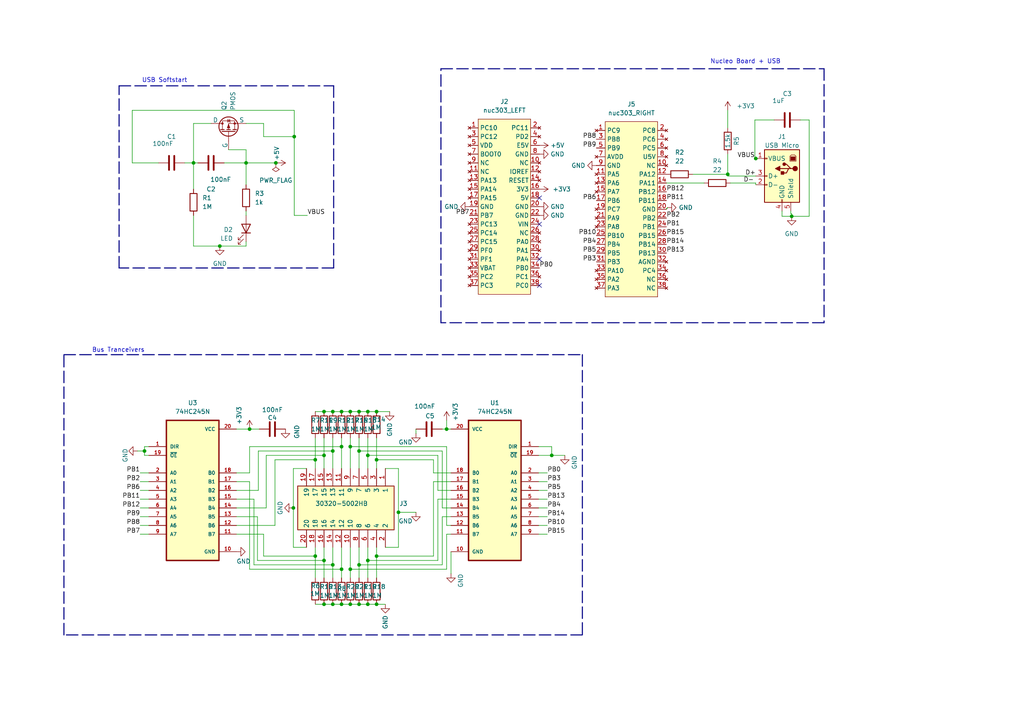
<source format=kicad_sch>
(kicad_sch (version 20231120) (generator "eeschema") (generator_version "8.0")
  (paper "A4")
  (lib_symbols
    (symbol "30320-5002HB:30320-5002HB"
      (property "Reference" "J" (at 19.05 7.62 0))
      (property "Value" "30320-5002HB" (at 19.05 5.08 0))
      (symbol "30320-5002HB_1_1"
        (rectangle (start 5.08 2.54) (end 17.78 -25.4) (stroke (width 0.254)) (fill (type background)))
        (pin passive line (at 0 0 0) (length 5.08) (name "1") (number "1"))
        (pin passive line (at 22.86 -10.16 180) (length 5.08) (name "10") (number "10"))
        (pin passive line (at 0 -12.7 0) (length 5.08) (name "11") (number "11"))
        (pin passive line (at 22.86 -12.7 180) (length 5.08) (name "12") (number "12"))
        (pin passive line (at 0 -15.24 0) (length 5.08) (name "13") (number "13"))
        (pin passive line (at 22.86 -15.24 180) (length 5.08) (name "14") (number "14"))
        (pin passive line (at 0 -17.78 0) (length 5.08) (name "15") (number "15"))
        (pin passive line (at 22.86 -17.78 180) (length 5.08) (name "16") (number "16"))
        (pin passive line (at 0 -20.32 0) (length 5.08) (name "17") (number "17"))
        (pin passive line (at 22.86 -20.32 180) (length 5.08) (name "18") (number "18"))
        (pin passive line (at 0 -22.86 0) (length 5.08) (name "19") (number "19"))
        (pin passive line (at 22.86 0 180) (length 5.08) (name "2") (number "2"))
        (pin passive line (at 22.86 -22.86 180) (length 5.08) (name "20") (number "20"))
        (pin passive line (at 0 -2.54 0) (length 5.08) (name "3") (number "3"))
        (pin passive line (at 22.86 -2.54 180) (length 5.08) (name "4") (number "4"))
        (pin passive line (at 0 -5.08 0) (length 5.08) (name "5") (number "5"))
        (pin passive line (at 22.86 -5.08 180) (length 5.08) (name "6") (number "6"))
        (pin passive line (at 0 -7.62 0) (length 5.08) (name "7") (number "7"))
        (pin passive line (at 22.86 -7.62 180) (length 5.08) (name "8") (number "8"))
        (pin passive line (at 0 -10.16 0) (length 5.08) (name "9") (number "9"))
      )
    )
    (symbol "74HC245N(SMD):74HC245N" (pin_names (offset 1.016))
      (property "Reference" "U" (at -7.9022 20.9162 0))
      (property "Value" "74HC245N" (at -7.7778 -23.4823 0))
      (symbol "74HC245N_0_0"
        (rectangle (start -7.62 -20.32) (end 7.62 20.32) (stroke (width 0.4064)) (fill (type background)))
        (pin input line (at -12.7 12.7 0) (length 5.08) (name "DIR") (number "1"))
        (pin power_in line (at 12.7 -17.78 180) (length 5.08) (name "GND") (number "10"))
        (pin bidirectional line (at 12.7 -12.7 180) (length 5.08) (name "B7") (number "11"))
        (pin bidirectional line (at 12.7 -10.16 180) (length 5.08) (name "B6") (number "12"))
        (pin bidirectional line (at 12.7 -7.62 180) (length 5.08) (name "B5") (number "13"))
        (pin bidirectional line (at 12.7 -5.08 180) (length 5.08) (name "B4") (number "14"))
        (pin bidirectional line (at 12.7 -2.54 180) (length 5.08) (name "B3") (number "15"))
        (pin bidirectional line (at 12.7 0 180) (length 5.08) (name "B2") (number "16"))
        (pin bidirectional line (at 12.7 2.54 180) (length 5.08) (name "B1") (number "17"))
        (pin bidirectional line (at 12.7 5.08 180) (length 5.08) (name "B0") (number "18"))
        (pin input line (at -12.7 10.16 0) (length 5.08) (name "~{OE}") (number "19"))
        (pin bidirectional line (at -12.7 5.08 0) (length 5.08) (name "A0") (number "2"))
        (pin power_in line (at 12.7 17.78 180) (length 5.08) (name "VCC") (number "20"))
        (pin bidirectional line (at -12.7 2.54 0) (length 5.08) (name "A1") (number "3"))
        (pin bidirectional line (at -12.7 0 0) (length 5.08) (name "A2") (number "4"))
        (pin bidirectional line (at -12.7 -2.54 0) (length 5.08) (name "A3") (number "5"))
        (pin bidirectional line (at -12.7 -5.08 0) (length 5.08) (name "A4") (number "6"))
        (pin bidirectional line (at -12.7 -7.62 0) (length 5.08) (name "A5") (number "7"))
        (pin bidirectional line (at -12.7 -10.16 0) (length 5.08) (name "A6") (number "8"))
        (pin bidirectional line (at -12.7 -12.7 0) (length 5.08) (name "A7") (number "9"))
      )
    )
    (symbol "Connector:USB_B" (pin_names (offset 1.016))
      (property "Reference" "J" (at -5.08 11.43 0))
      (property "Value" "USB_B" (at -5.08 8.89 0))
      (symbol "USB_B_0_1"
        (rectangle (start -5.08 -7.62) (end 5.08 7.62) (stroke (width 0.254)) (fill (type background)))
        (circle (center -3.81 2.159) (radius 0.635) (stroke (width 0.254)) (fill (type outline)))
        (rectangle (start -3.81 5.588) (end -2.54 4.572) (fill (type outline)))
        (circle (center -0.635 3.429) (radius 0.381) (stroke (width 0.254)) (fill (type outline)))
        (rectangle (start -0.127 -7.62) (end 0.127 -6.858))
        (polyline (pts (xy -1.905 2.159) (xy 0.635 2.159)) (stroke (width 0.254)))
        (polyline (pts (xy -3.175 2.159) (xy -2.54 2.159) (xy -1.27 3.429) (xy -0.635 3.429)) (stroke (width 0.254)))
        (polyline (pts (xy -2.54 2.159) (xy -1.905 2.159) (xy -1.27 0.889) (xy 0 0.889)) (stroke (width 0.254)))
        (polyline (pts (xy 0.635 2.794) (xy 0.635 1.524) (xy 1.905 2.159) (xy 0.635 2.794)) (stroke (width 0.254)) (fill (type outline)))
        (polyline (pts (xy -4.064 4.318) (xy -2.286 4.318) (xy -2.286 5.715) (xy -2.667 6.096) (xy -3.683 6.096) (xy -4.064 5.715) (xy -4.064 4.318)))
        (rectangle (start 0.254 1.27) (end -0.508 0.508) (stroke (width 0.254)) (fill (type outline)))
        (rectangle (start 5.08 -2.667) (end 4.318 -2.413))
        (rectangle (start 5.08 -0.127) (end 4.318 0.127))
        (rectangle (start 5.08 4.953) (end 4.318 5.207))
      )
      (symbol "USB_B_1_1"
        (pin power_out line (at 7.62 5.08 180) (length 2.54) (name "VBUS") (number "1"))
        (pin bidirectional line (at 7.62 -2.54 180) (length 2.54) (name "D-") (number "2"))
        (pin bidirectional line (at 7.62 0 180) (length 2.54) (name "D+") (number "3"))
        (pin power_out line (at 0 -10.16 90) (length 2.54) (name "GND") (number "4"))
        (pin passive line (at -2.54 -10.16 90) (length 2.54) (name "Shield") (number "5"))
      )
    )
    (symbol "Device:C" (pin_numbers hide) (pin_names (offset 0.254))
      (property "Reference" "C" (at 0.635 2.54 0))
      (property "Value" "C" (at 0.635 -2.54 0))
      (symbol "C_0_1"
        (polyline (pts (xy -2.032 -0.762) (xy 2.032 -0.762)) (stroke (width 0.508)))
        (polyline (pts (xy -2.032 0.762) (xy 2.032 0.762)) (stroke (width 0.508)))
      )
      (symbol "C_1_1"
        (pin passive line (at 0 3.81 270) (length 2.794) (name "~") (number "1"))
        (pin passive line (at 0 -3.81 90) (length 2.794) (name "~") (number "2"))
      )
    )
    (symbol "Device:LED" (pin_numbers hide) (pin_names (offset 1.016) hide)
      (property "Reference" "D" (at 0 2.54 0))
      (property "Value" "LED" (at 0 -2.54 0))
      (symbol "LED_0_1"
        (polyline (pts (xy -1.27 -1.27) (xy -1.27 1.27)) (stroke (width 0.254)))
        (polyline (pts (xy -1.27 0) (xy 1.27 0)))
        (polyline (pts (xy 1.27 -1.27) (xy 1.27 1.27) (xy -1.27 0) (xy 1.27 -1.27)) (stroke (width 0.254)))
        (polyline (pts (xy -3.048 -0.762) (xy -4.572 -2.286) (xy -3.81 -2.286) (xy -4.572 -2.286) (xy -4.572 -1.524)))
        (polyline (pts (xy -1.778 -0.762) (xy -3.302 -2.286) (xy -2.54 -2.286) (xy -3.302 -2.286) (xy -3.302 -1.524)))
      )
      (symbol "LED_1_1"
        (pin passive line (at -3.81 0 0) (length 2.54) (name "K") (number "1"))
        (pin passive line (at 3.81 0 180) (length 2.54) (name "A") (number "2"))
      )
    )
    (symbol "Device:R" (pin_numbers hide) (pin_names (offset 0))
      (property "Reference" "R" (at 2.032 0 90))
      (property "Value" "R" (at 0 0 90))
      (symbol "R_0_1"
        (rectangle (start -1.016 -2.54) (end 1.016 2.54) (stroke (width 0.254)))
      )
      (symbol "R_1_1"
        (pin passive line (at 0 3.81 270) (length 1.27) (name "~") (number "1"))
        (pin passive line (at 0 -3.81 90) (length 1.27) (name "~") (number "2"))
      )
    )
    (symbol "Simulation_SPICE:PMOS" (pin_numbers hide) (pin_names (offset 0))
      (property "Reference" "Q" (at 5.08 1.27 0))
      (property "Value" "PMOS" (at 5.08 -1.27 0))
      (symbol "PMOS_0_1"
        (polyline (pts (xy 0.254 0) (xy -2.54 0)))
        (polyline (pts (xy 0.254 1.905) (xy 0.254 -1.905)) (stroke (width 0.254)))
        (polyline (pts (xy 0.762 -1.27) (xy 0.762 -2.286)) (stroke (width 0.254)))
        (polyline (pts (xy 0.762 0.508) (xy 0.762 -0.508)) (stroke (width 0.254)))
        (polyline (pts (xy 0.762 2.286) (xy 0.762 1.27)) (stroke (width 0.254)))
        (polyline (pts (xy 2.54 2.54) (xy 2.54 1.778)))
        (polyline (pts (xy 2.54 -2.54) (xy 2.54 0) (xy 0.762 0)))
        (polyline (pts (xy 0.762 1.778) (xy 3.302 1.778) (xy 3.302 -1.778) (xy 0.762 -1.778)))
        (polyline (pts (xy 2.286 0) (xy 1.27 0.381) (xy 1.27 -0.381) (xy 2.286 0)) (fill (type outline)))
        (polyline (pts (xy 2.794 -0.508) (xy 2.921 -0.381) (xy 3.683 -0.381) (xy 3.81 -0.254)))
        (polyline (pts (xy 3.302 -0.381) (xy 2.921 0.254) (xy 3.683 0.254) (xy 3.302 -0.381)))
        (circle (center 1.651 0) (radius 2.794) (stroke (width 0.254)))
        (circle (center 2.54 -1.778) (radius 0.254) (fill (type outline)))
        (circle (center 2.54 1.778) (radius 0.254) (fill (type outline)))
      )
      (symbol "PMOS_1_1"
        (pin passive line (at 2.54 5.08 270) (length 2.54) (name "D") (number "1"))
        (pin input line (at -5.08 0 0) (length 2.54) (name "G") (number "2"))
        (pin passive line (at 2.54 -5.08 90) (length 2.54) (name "S") (number "3"))
      )
    )
    (symbol "awg_lib:nuc303_LEFT"
      (property "Reference" "J" (at 0 2.54 0))
      (property "Value" "nuc303_LEFT" (at 0 5.08 0))
      (symbol "nuc303_LEFT_0_0"
        (pin no_connect line (at -10.16 -2.54 0) (length 2.54) (name "PC10") (number "1"))
        (pin no_connect line (at 10.16 -12.7 180) (length 2.54) (name "NC") (number "10"))
        (pin no_connect line (at -10.16 -15.24 0) (length 2.54) (name "NC") (number "11"))
        (pin no_connect line (at 10.16 -15.24 180) (length 2.54) (name "IOREF") (number "12"))
        (pin no_connect line (at -10.16 -17.78 0) (length 2.54) (name "PA13") (number "13"))
        (pin no_connect line (at 10.16 -17.78 180) (length 2.54) (name "RESET") (number "14"))
        (pin no_connect line (at -10.16 -20.32 0) (length 2.54) (name "PA14") (number "15"))
        (pin power_out line (at 10.16 -20.32 180) (length 2.54) (name "3V3") (number "16"))
        (pin no_connect line (at -10.16 -22.86 0) (length 2.54) (name "PA15") (number "17"))
        (pin power_out line (at 10.16 -22.86 180) (length 2.54) (name "5V") (number "18"))
        (pin power_in line (at -10.16 -25.4 0) (length 2.54) (name "GND") (number "19"))
        (pin no_connect line (at 10.16 -2.54 180) (length 2.54) (name "PC11") (number "2"))
        (pin power_in line (at 10.16 -25.4 180) (length 2.54) (name "GND") (number "20"))
        (pin power_in line (at 10.16 -27.94 180) (length 2.54) (name "GND") (number "22"))
        (pin no_connect line (at -10.16 -30.48 0) (length 2.54) (name "PC13") (number "23"))
        (pin no_connect line (at -10.16 -33.02 0) (length 2.54) (name "PC14") (number "25"))
        (pin no_connect line (at 10.16 -33.02 180) (length 2.54) (name "NC") (number "26"))
        (pin no_connect line (at -10.16 -35.56 0) (length 2.54) (name "PC15") (number "27"))
        (pin no_connect line (at 10.16 -35.56 180) (length 2.54) (name "PA0") (number "28"))
        (pin no_connect line (at -10.16 -38.1 0) (length 2.54) (name "PF0") (number "29"))
        (pin no_connect line (at -10.16 -5.08 0) (length 2.54) (name "PC12") (number "3"))
        (pin no_connect line (at 10.16 -38.1 180) (length 2.54) (name "PA1") (number "30"))
        (pin no_connect line (at -10.16 -40.64 0) (length 2.54) (name "PF1") (number "31"))
        (pin output line (at 10.16 -40.64 180) (length 2.54) (name "PA4") (number "32"))
        (pin no_connect line (at -10.16 -43.18 0) (length 2.54) (name "VBAT") (number "33"))
        (pin no_connect line (at -10.16 -45.72 0) (length 2.54) (name "PC2") (number "35"))
        (pin no_connect line (at 10.16 -45.72 180) (length 2.54) (name "PC1") (number "36"))
        (pin no_connect line (at -10.16 -48.26 0) (length 2.54) (name "PC3") (number "37"))
        (pin no_connect line (at 10.16 -5.08 180) (length 2.54) (name "PD2") (number "4"))
        (pin no_connect line (at -10.16 -7.62 0) (length 2.54) (name "VDD") (number "5"))
        (pin power_in line (at 10.16 -7.62 180) (length 2.54) (name "E5V") (number "6"))
        (pin no_connect line (at -10.16 -10.16 0) (length 2.54) (name "BOOT0") (number "7"))
        (pin power_in line (at 10.16 -10.16 180) (length 2.54) (name "GND") (number "8"))
        (pin no_connect line (at -10.16 -12.7 0) (length 2.54) (name "NC") (number "9"))
      )
      (symbol "nuc303_LEFT_1_0"
        (pin input line (at -10.16 -27.94 0) (length 2.54) (name "PB7") (number "21"))
        (pin input line (at 10.16 -30.48 180) (length 2.54) (name "VIN") (number "24"))
        (pin input line (at 10.16 -43.18 180) (length 2.54) (name "PB0") (number "34"))
        (pin output line (at 10.16 -48.26 180) (length 2.54) (name "PC0") (number "38"))
      )
      (symbol "nuc303_LEFT_1_1"
        (rectangle (start -7.62 0) (end 7.62 -50.8) (fill (type background)))
      )
    )
    (symbol "nuc303_RIGHT_2"
      (property "Reference" "J" (at 1.27 3.81 0))
      (property "Value" "nuc303_RIGHT" (at 0 7.62 0))
      (symbol "nuc303_RIGHT_2_0_0"
        (pin no_connect line (at -7.62 -2.54 0) (length 2.54) (name "PC9") (number "1"))
        (pin no_connect line (at 12.7 -12.7 180) (length 2.54) (name "NC") (number "10"))
        (pin no_connect line (at -7.62 -25.4 0) (length 2.54) (name "PC7") (number "19"))
        (pin no_connect line (at 12.7 -2.54 180) (length 2.54) (name "PC8") (number "2"))
        (pin power_in line (at 12.7 -25.4 180) (length 2.54) (name "GND") (number "20"))
        (pin no_connect line (at -7.62 -27.94 0) (length 2.54) (name "PA9") (number "21"))
        (pin no_connect line (at -7.62 -30.48 0) (length 2.54) (name "PA8") (number "23"))
        (pin no_connect line (at 12.7 -40.64 180) (length 2.54) (name "AGND") (number "32"))
        (pin no_connect line (at -7.62 -43.18 0) (length 2.54) (name "PA10") (number "33"))
        (pin no_connect line (at 12.7 -43.18 180) (length 2.54) (name "PC4") (number "34"))
        (pin no_connect line (at -7.62 -45.72 0) (length 2.54) (name "PA2") (number "35"))
        (pin no_connect line (at 12.7 -45.72 180) (length 2.54) (name "NC") (number "36"))
        (pin no_connect line (at -7.62 -48.26 0) (length 2.54) (name "PA3") (number "37"))
        (pin no_connect line (at 12.7 -48.26 180) (length 2.54) (name "NC") (number "38"))
        (pin no_connect line (at 12.7 -5.08 180) (length 2.54) (name "PC6") (number "4"))
        (pin no_connect line (at 12.7 -7.62 180) (length 2.54) (name "PC5") (number "6"))
        (pin no_connect line (at -7.62 -10.16 0) (length 2.54) (name "AVDD") (number "7"))
        (pin no_connect line (at 12.7 -10.16 180) (length 2.54) (name "U5V") (number "8"))
        (pin power_in line (at -7.62 -12.7 0) (length 2.54) (name "GND") (number "9"))
      )
      (symbol "nuc303_RIGHT_2_1_0"
        (pin no_connect line (at -7.62 -15.24 0) (length 2.54) (name "PA5") (number "11"))
        (pin input line (at 12.7 -15.24 180) (length 2.54) (name "PA12") (number "12"))
        (pin no_connect line (at -7.62 -17.78 0) (length 2.54) (name "PA6") (number "13"))
        (pin input line (at 12.7 -17.78 180) (length 2.54) (name "PA11") (number "14"))
        (pin no_connect line (at -7.62 -20.32 0) (length 2.54) (name "PA7") (number "15"))
        (pin input line (at 12.7 -20.32 180) (length 2.54) (name "PB12") (number "16"))
        (pin input line (at -7.62 -22.86 0) (length 2.54) (name "PB6") (number "17"))
        (pin input line (at 12.7 -22.86 180) (length 2.54) (name "PB11") (number "18"))
        (pin input line (at 12.7 -27.94 180) (length 2.54) (name "PB2") (number "22"))
        (pin input line (at 12.7 -30.48 180) (length 2.54) (name "PB1") (number "24"))
        (pin input line (at -7.62 -33.02 0) (length 2.54) (name "PB10") (number "25"))
        (pin input line (at 12.7 -33.02 180) (length 2.54) (name "PB15") (number "26"))
        (pin input line (at -7.62 -35.56 0) (length 2.54) (name "PB4") (number "27"))
        (pin input line (at 12.7 -35.56 180) (length 2.54) (name "PB14") (number "28"))
        (pin input line (at -7.62 -38.1 0) (length 2.54) (name "PB5") (number "29"))
        (pin input line (at -7.62 -5.08 0) (length 2.54) (name "PB8") (number "3"))
        (pin input line (at 12.7 -38.1 180) (length 2.54) (name "PB13") (number "30"))
        (pin input line (at -7.62 -40.64 0) (length 2.54) (name "PB3") (number "31"))
        (pin input line (at -7.62 -7.62 0) (length 2.54) (name "PB9") (number "5"))
      )
      (symbol "nuc303_RIGHT_2_1_1"
        (rectangle (start -5.08 0) (end 10.16 -50.8) (fill (type background)))
      )
    )
    (symbol "power:+5V" (power) (pin_names (offset 0))
      (property "Value" "+5V" (at 0 3.556 0))
      (symbol "+5V_0_1"
        (polyline (pts (xy -0.762 1.27) (xy 0 2.54)))
        (polyline (pts (xy 0 0) (xy 0 2.54)))
        (polyline (pts (xy 0 2.54) (xy 0.762 1.27)))
      )
      (symbol "+5V_1_1"
        (pin power_in line (at 0 0 90) (length 0) hide (name "+5V") (number "1"))
      )
    )
    (symbol "power:GND" (power) (pin_names (offset 0))
      (property "Value" "GND" (at 0 -3.81 0))
      (symbol "GND_0_1"
        (polyline (pts (xy 0 0) (xy 0 -1.27) (xy 1.27 -1.27) (xy 0 -2.54) (xy -1.27 -1.27) (xy 0 -1.27)))
      )
      (symbol "GND_1_1"
        (pin power_in line (at 0 0 270) (length 0) hide (name "GND") (number "1"))
      )
    )
    (symbol "power:PWR_FLAG" (power) (pin_numbers hide) (pin_names (offset 0) hide)
      (property "Value" "PWR_FLAG" (at 0 3.81 0))
      (symbol "PWR_FLAG_0_0"
        (pin power_out line (at 0 0 90) (length 0) (name "~") (number "1"))
      )
      (symbol "PWR_FLAG_0_1"
        (polyline (pts (xy 0 0) (xy 0 1.27) (xy -1.016 1.905) (xy 0 2.54) (xy 1.016 1.905) (xy 0 1.27)))
      )
    )
  )
  (junction (at 99.06 119.38))
  (junction (at 211.074 50.546))
  (junction (at 91.44 133.35))
  (junction (at 106.68 119.38))
  (junction (at 160.02 132.08))
  (junction (at 101.6 129.54))
  (junction (at 99.06 129.54))
  (junction (at 96.52 175.26))
  (junction (at 80.01 47.244))
  (junction (at 104.14 119.38))
  (junction (at 96.52 119.38))
  (junction (at 93.98 175.26))
  (junction (at 99.06 165.1))
  (junction (at 85.09 147.32))
  (junction (at 229.616 62.738))
  (junction (at 129.54 124.46))
  (junction (at 93.98 162.56))
  (junction (at 104.14 130.81))
  (junction (at 41.91 130.81))
  (junction (at 109.22 119.38))
  (junction (at 109.22 175.26))
  (junction (at 101.6 165.1))
  (junction (at 71.374 47.244))
  (junction (at 93.98 132.08))
  (junction (at 109.22 161.29))
  (junction (at 85.344 39.624))
  (junction (at 96.52 130.81))
  (junction (at 115.57 148.59))
  (junction (at 104.14 163.83))
  (junction (at 63.754 71.374))
  (junction (at 99.06 175.26))
  (junction (at 93.98 119.38))
  (junction (at 91.44 161.29))
  (junction (at 72.39 124.46))
  (junction (at 106.68 175.26))
  (junction (at 56.134 47.244))
  (junction (at 109.22 133.35))
  (junction (at 219.202 45.974))
  (junction (at 104.14 175.26))
  (junction (at 101.6 175.26))
  (junction (at 101.6 119.38))
  (junction (at 106.68 162.56))
  (junction (at 96.52 163.83))
  (junction (at 106.68 132.08))
  (no_connect (at 156.464 82.804))
  (no_connect (at 156.464 65.024))
  (no_connect (at 156.464 75.184))
  (no_connect (at 156.464 57.404))
  (wire (pts (xy 53.594 47.244) (xy 56.134 47.244)))
  (wire (pts (xy 104.14 119.38) (xy 106.68 119.38)))
  (wire (pts (xy 156.21 129.54) (xy 160.02 129.54)))
  (wire (pts (xy 68.58 139.7) (xy 72.39 139.7)))
  (wire (pts (xy 56.134 35.814) (xy 56.134 47.244)))
  (wire (pts (xy 156.21 147.32) (xy 158.75 147.32)))
  (wire (pts (xy 130.81 160.02) (xy 130.81 166.37)))
  (wire (pts (xy 104.14 130.81) (xy 128.27 130.81)))
  (wire (pts (xy 109.22 158.75) (xy 109.22 161.29)))
  (wire (pts (xy 129.54 129.54) (xy 129.54 152.4)))
  (wire (pts (xy 229.362 61.214) (xy 229.362 61.976)))
  (wire (pts (xy 40.64 144.78) (xy 43.18 144.78)))
  (wire (pts (xy 156.21 137.16) (xy 158.75 137.16)))
  (wire (pts (xy 99.06 119.38) (xy 101.6 119.38)))
  (wire (pts (xy 93.98 158.75) (xy 93.98 162.56)))
  (bus (pts (xy 127.889 19.939) (xy 239.014 19.939)) (stroke (width 0) (type dash)))
  (wire (pts (xy 38.354 47.244) (xy 45.974 47.244)))
  (wire (pts (xy 156.21 154.94) (xy 158.75 154.94)))
  (wire (pts (xy 101.6 135.89) (xy 101.6 129.54)))
  (wire (pts (xy 156.21 132.08) (xy 160.02 132.08)))
  (wire (pts (xy 72.39 129.54) (xy 99.06 129.54)))
  (wire (pts (xy 109.22 175.26) (xy 111.76 175.26)))
  (wire (pts (xy 85.344 39.624) (xy 85.344 62.484)))
  (wire (pts (xy 66.294 43.434) (xy 71.374 43.434)))
  (wire (pts (xy 96.52 127) (xy 96.52 130.81)))
  (wire (pts (xy 71.374 61.214) (xy 71.374 62.484)))
  (wire (pts (xy 43.18 129.54) (xy 41.91 129.54)))
  (wire (pts (xy 109.22 127) (xy 109.22 133.35)))
  (wire (pts (xy 104.14 163.83) (xy 128.27 163.83)))
  (wire (pts (xy 38.354 32.004) (xy 38.354 47.244)))
  (wire (pts (xy 93.98 175.26) (xy 96.52 175.26)))
  (bus (pts (xy 239.014 19.939) (xy 239.014 93.599)) (stroke (width 0) (type dash)))
  (wire (pts (xy 106.68 158.75) (xy 106.68 162.56)))
  (wire (pts (xy 93.98 132.08) (xy 93.98 135.89)))
  (wire (pts (xy 99.06 127) (xy 99.06 129.54)))
  (wire (pts (xy 63.754 71.374) (xy 71.374 71.374)))
  (wire (pts (xy 218.948 34.798) (xy 218.948 45.974)))
  (wire (pts (xy 99.06 165.1) (xy 72.39 165.1)))
  (wire (pts (xy 99.06 158.75) (xy 99.06 165.1)))
  (wire (pts (xy 200.914 50.546) (xy 211.074 50.546)))
  (wire (pts (xy 96.52 163.83) (xy 96.52 167.64)))
  (wire (pts (xy 80.01 47.244) (xy 80.264 47.244)))
  (wire (pts (xy 106.68 162.56) (xy 127 162.56)))
  (wire (pts (xy 125.73 161.29) (xy 125.73 139.7)))
  (wire (pts (xy 40.64 154.94) (xy 43.18 154.94)))
  (wire (pts (xy 74.93 142.24) (xy 74.93 130.81)))
  (wire (pts (xy 96.52 175.26) (xy 99.06 175.26)))
  (wire (pts (xy 226.822 62.738) (xy 229.616 62.738)))
  (wire (pts (xy 232.156 34.798) (xy 234.696 34.798)))
  (wire (pts (xy 41.91 129.54) (xy 41.91 130.81)))
  (wire (pts (xy 125.73 139.7) (xy 130.81 139.7)))
  (wire (pts (xy 111.76 135.89) (xy 115.57 135.89)))
  (wire (pts (xy 129.54 154.94) (xy 130.81 154.94)))
  (wire (pts (xy 96.52 163.83) (xy 73.66 163.83)))
  (wire (pts (xy 40.64 137.16) (xy 43.18 137.16)))
  (wire (pts (xy 71.374 43.434) (xy 71.374 47.244)))
  (wire (pts (xy 229.616 62.738) (xy 234.696 62.738)))
  (wire (pts (xy 39.878 130.81) (xy 41.91 130.81)))
  (wire (pts (xy 56.134 62.484) (xy 56.134 71.374)))
  (wire (pts (xy 226.822 61.214) (xy 226.822 62.738)))
  (wire (pts (xy 72.39 129.54) (xy 72.39 137.16)))
  (wire (pts (xy 85.344 39.624) (xy 85.344 32.004)))
  (wire (pts (xy 101.6 175.26) (xy 104.14 175.26)))
  (wire (pts (xy 109.22 133.35) (xy 125.73 133.35)))
  (wire (pts (xy 76.454 39.624) (xy 85.344 39.624)))
  (wire (pts (xy 93.98 162.56) (xy 74.676 162.56)))
  (wire (pts (xy 77.216 147.32) (xy 68.58 147.32)))
  (wire (pts (xy 229.616 61.976) (xy 229.616 62.738)))
  (wire (pts (xy 128.27 163.83) (xy 128.27 149.86)))
  (wire (pts (xy 40.64 139.7) (xy 43.18 139.7)))
  (wire (pts (xy 99.06 165.1) (xy 99.06 167.64)))
  (wire (pts (xy 91.44 158.75) (xy 91.44 161.29)))
  (wire (pts (xy 73.66 163.83) (xy 73.66 144.78)))
  (wire (pts (xy 127 162.56) (xy 127 144.78)))
  (wire (pts (xy 211.074 51.054) (xy 219.202 51.054)))
  (wire (pts (xy 40.64 149.86) (xy 43.18 149.86)))
  (wire (pts (xy 91.44 161.29) (xy 76.454 161.29)))
  (wire (pts (xy 101.6 165.1) (xy 129.54 165.1)))
  (wire (pts (xy 76.454 39.624) (xy 76.454 35.814)))
  (wire (pts (xy 101.6 119.38) (xy 104.14 119.38)))
  (wire (pts (xy 99.06 129.54) (xy 99.06 135.89)))
  (bus (pts (xy 18.542 184.15) (xy 18.542 102.87)) (stroke (width 0) (type dash)))
  (wire (pts (xy 40.64 142.24) (xy 43.18 142.24)))
  (wire (pts (xy 211.074 44.704) (xy 211.074 50.546)))
  (wire (pts (xy 125.73 133.35) (xy 125.73 137.16)))
  (wire (pts (xy 96.52 119.38) (xy 99.06 119.38)))
  (wire (pts (xy 211.836 53.086) (xy 219.202 53.086)))
  (wire (pts (xy 41.91 130.81) (xy 41.91 132.08)))
  (wire (pts (xy 65.024 47.244) (xy 71.374 47.244)))
  (wire (pts (xy 101.6 129.54) (xy 129.54 129.54)))
  (wire (pts (xy 106.68 119.38) (xy 109.22 119.38)))
  (wire (pts (xy 219.202 45.974) (xy 219.329 45.974)))
  (bus (pts (xy 239.014 93.599) (xy 127.889 93.599)) (stroke (width 0) (type dash)))
  (wire (pts (xy 71.374 71.374) (xy 71.374 70.104)))
  (wire (pts (xy 127 144.78) (xy 130.81 144.78)))
  (wire (pts (xy 156.21 144.78) (xy 158.75 144.78)))
  (wire (pts (xy 128.27 149.86) (xy 130.81 149.86)))
  (bus (pts (xy 18.542 102.87) (xy 168.91 102.87)) (stroke (width 0) (type dash)))
  (wire (pts (xy 193.548 60.452) (xy 193.294 60.452)))
  (wire (pts (xy 109.22 135.89) (xy 109.22 133.35)))
  (wire (pts (xy 93.98 132.08) (xy 77.216 132.08)))
  (wire (pts (xy 91.44 175.26) (xy 93.98 175.26)))
  (wire (pts (xy 91.44 119.38) (xy 93.98 119.38)))
  (wire (pts (xy 71.374 47.244) (xy 80.01 47.244)))
  (wire (pts (xy 120.65 124.46) (xy 120.65 125.73)))
  (wire (pts (xy 41.91 132.08) (xy 43.18 132.08)))
  (wire (pts (xy 234.696 34.798) (xy 234.696 62.738)))
  (bus (pts (xy 34.544 24.892) (xy 96.774 24.892)) (stroke (width 0) (type dash)))
  (wire (pts (xy 160.02 129.54) (xy 160.02 132.08)))
  (wire (pts (xy 125.73 137.16) (xy 130.81 137.16)))
  (wire (pts (xy 156.21 139.7) (xy 158.75 139.7)))
  (wire (pts (xy 74.676 149.86) (xy 68.58 149.86)))
  (wire (pts (xy 68.58 154.94) (xy 76.454 154.94)))
  (wire (pts (xy 115.57 148.59) (xy 115.57 158.75)))
  (wire (pts (xy 160.02 132.08) (xy 163.83 132.08)))
  (wire (pts (xy 127 142.24) (xy 127 132.08)))
  (wire (pts (xy 156.21 149.86) (xy 158.75 149.86)))
  (wire (pts (xy 91.44 127) (xy 91.44 133.35)))
  (bus (pts (xy 34.544 77.724) (xy 34.544 24.892)) (stroke (width 0) (type dash)))
  (wire (pts (xy 40.64 152.4) (xy 43.18 152.4)))
  (wire (pts (xy 96.52 130.81) (xy 96.52 135.89)))
  (wire (pts (xy 73.66 144.78) (xy 68.58 144.78)))
  (wire (pts (xy 218.948 45.974) (xy 219.202 45.974)))
  (wire (pts (xy 219.202 53.086) (xy 219.202 53.594)))
  (wire (pts (xy 104.14 175.26) (xy 106.68 175.26)))
  (wire (pts (xy 56.134 47.244) (xy 57.404 47.244)))
  (wire (pts (xy 91.44 133.35) (xy 91.44 135.89)))
  (wire (pts (xy 101.6 165.1) (xy 101.6 167.64)))
  (wire (pts (xy 109.22 161.29) (xy 109.22 167.64)))
  (wire (pts (xy 104.14 127) (xy 104.14 130.81)))
  (wire (pts (xy 115.57 148.59) (xy 120.65 148.59)))
  (wire (pts (xy 74.93 130.81) (xy 96.52 130.81)))
  (wire (pts (xy 193.548 60.198) (xy 193.548 60.452)))
  (wire (pts (xy 56.134 47.244) (xy 56.134 54.864)))
  (wire (pts (xy 101.6 158.75) (xy 101.6 165.1)))
  (wire (pts (xy 85.09 158.75) (xy 85.09 147.32)))
  (bus (pts (xy 168.91 102.87) (xy 168.91 184.15)) (stroke (width 0) (type dash)))
  (bus (pts (xy 96.774 77.724) (xy 34.544 77.724)) (stroke (width 0) (type dash)))
  (wire (pts (xy 128.27 124.46) (xy 129.54 124.46)))
  (wire (pts (xy 85.09 135.89) (xy 88.9 135.89)))
  (wire (pts (xy 77.216 132.08) (xy 77.216 147.32)))
  (wire (pts (xy 93.98 127) (xy 93.98 132.08)))
  (wire (pts (xy 76.454 35.814) (xy 71.374 35.814)))
  (wire (pts (xy 104.14 135.89) (xy 104.14 130.81)))
  (wire (pts (xy 56.134 35.814) (xy 61.214 35.814)))
  (wire (pts (xy 85.344 32.004) (xy 38.354 32.004)))
  (wire (pts (xy 106.68 132.08) (xy 106.68 135.89)))
  (wire (pts (xy 115.57 135.89) (xy 115.57 148.59)))
  (wire (pts (xy 156.21 152.4) (xy 158.75 152.4)))
  (wire (pts (xy 129.54 124.46) (xy 130.81 124.46)))
  (wire (pts (xy 96.52 158.75) (xy 96.52 163.83)))
  (wire (pts (xy 85.09 147.32) (xy 85.09 135.89)))
  (wire (pts (xy 56.134 71.374) (xy 63.754 71.374)))
  (wire (pts (xy 156.21 142.24) (xy 158.75 142.24)))
  (wire (pts (xy 129.54 165.1) (xy 129.54 154.94)))
  (bus (pts (xy 127.889 93.599) (xy 127.889 19.939)) (stroke (width 0) (type dash)))
  (wire (pts (xy 193.294 60.452) (xy 193.294 60.706)))
  (wire (pts (xy 68.58 124.46) (xy 72.39 124.46)))
  (wire (pts (xy 129.54 152.4) (xy 130.81 152.4)))
  (wire (pts (xy 93.98 119.38) (xy 96.52 119.38)))
  (wire (pts (xy 85.344 62.484) (xy 89.154 62.484)))
  (wire (pts (xy 68.58 142.24) (xy 74.93 142.24)))
  (wire (pts (xy 106.68 175.26) (xy 109.22 175.26)))
  (wire (pts (xy 211.074 32.004) (xy 211.074 37.084)))
  (wire (pts (xy 76.454 161.29) (xy 76.454 154.94)))
  (wire (pts (xy 211.074 51.054) (xy 211.074 50.546)))
  (wire (pts (xy 93.98 162.56) (xy 93.98 167.64)))
  (wire (pts (xy 128.27 147.32) (xy 130.81 147.32)))
  (wire (pts (xy 68.58 152.4) (xy 79.756 152.4)))
  (wire (pts (xy 72.39 165.1) (xy 72.39 139.7)))
  (wire (pts (xy 99.06 175.26) (xy 101.6 175.26)))
  (bus (pts (xy 168.91 184.15) (xy 18.542 184.15)) (stroke (width 0) (type dash)))
  (wire (pts (xy 109.22 119.38) (xy 113.03 119.38)))
  (wire (pts (xy 106.68 162.56) (xy 106.68 167.64)))
  (wire (pts (xy 79.756 152.4) (xy 79.756 133.35)))
  (wire (pts (xy 101.6 127) (xy 101.6 129.54)))
  (wire (pts (xy 72.39 124.46) (xy 75.184 124.46)))
  (wire (pts (xy 106.68 127) (xy 106.68 132.08)))
  (wire (pts (xy 115.57 158.75) (xy 111.76 158.75)))
  (wire (pts (xy 193.294 53.086) (xy 204.216 53.086)))
  (bus (pts (xy 96.774 24.892) (xy 96.774 77.724)) (stroke (width 0) (type dash)))
  (wire (pts (xy 72.39 137.16) (xy 68.58 137.16)))
  (wire (pts (xy 91.44 161.29) (xy 91.44 167.64)))
  (wire (pts (xy 130.81 142.24) (xy 127 142.24)))
  (wire (pts (xy 88.9 158.75) (xy 85.09 158.75)))
  (wire (pts (xy 129.54 121.92) (xy 129.54 124.46)))
  (wire (pts (xy 229.362 61.976) (xy 229.616 61.976)))
  (wire (pts (xy 40.64 147.32) (xy 43.18 147.32)))
  (wire (pts (xy 106.68 132.08) (xy 127 132.08)))
  (wire (pts (xy 79.756 133.35) (xy 91.44 133.35)))
  (wire (pts (xy 104.14 158.75) (xy 104.14 163.83)))
  (wire (pts (xy 109.22 161.29) (xy 125.73 161.29)))
  (wire (pts (xy 71.374 47.244) (xy 71.374 53.594)))
  (wire (pts (xy 128.27 130.81) (xy 128.27 147.32)))
  (wire (pts (xy 74.676 162.56) (xy 74.676 149.86)))
  (wire (pts (xy 224.536 34.798) (xy 218.948 34.798)))
  (wire (pts (xy 104.14 163.83) (xy 104.14 167.64)))
  (text "USB Softstart\n\n" (at 41.148 26.162 0) (effects (font (size 1.27 1.27)) (justify left bottom)))
  (text "Nucleo Board + USB\n" (at 205.994 18.669 0) (effects (font (size 1.27 1.27)) (justify left bottom)))
  (text "Bus Tranceivers\n" (at 26.67 102.362 0) (effects (font (size 1.27 1.27)) (justify left bottom)))
  (label "PB12" (at 40.64 147.32 180))
  (label "PB8" (at 40.64 152.4 180))
  (label "PB7" (at 40.64 154.94 180))
  (label "PB12" (at 193.294 55.626 0))
  (label "D-" (at 218.694 53.086 180))
  (label "PB9" (at 172.974 42.926 180))
  (label "PB2" (at 193.294 63.246 0))
  (label "PB2" (at 40.64 139.7 180))
  (label "PB0" (at 156.464 77.724 0))
  (label "PB13" (at 193.294 73.406 0))
  (label "PB11" (at 193.294 58.166 0))
  (label "VBUS" (at 89.154 62.484 0))
  (label "PB15" (at 193.294 68.326 0))
  (label "PB0" (at 158.75 137.16 0))
  (label "PB14" (at 158.75 149.86 0))
  (label "PB4" (at 158.75 147.32 0))
  (label "PB6" (at 40.64 142.24 180))
  (label "PB14" (at 193.294 70.866 0))
  (label "PB1" (at 193.294 65.786 0))
  (label "D+" (at 219.202 51.054 180))
  (label "PB15" (at 158.75 154.94 0))
  (label "PB13" (at 158.75 144.78 0))
  (label "PB1" (at 40.64 137.16 180))
  (label "PB3" (at 172.974 75.946 180))
  (label "PB5" (at 158.75 142.24 0))
  (label "PB10" (at 158.75 152.4 0))
  (label "PB6" (at 172.974 58.166 180))
  (label "PB7" (at 136.144 62.484 180))
  (label "VBUS" (at 218.948 45.974 180))
  (label "PB10" (at 172.974 68.326 180))
  (label "PB9" (at 40.64 149.86 180))
  (label "PB8" (at 172.974 40.386 180))
  (label "PB3" (at 158.75 139.7 0))
  (label "PB4" (at 172.974 70.866 180))
  (label "PB5" (at 172.974 73.406 180))
  (label "PB11" (at 40.64 144.78 180))
  (symbol (lib_id "power:+5V") (at 129.54 121.92 0) (unit 1)
    (property "Reference" "#PWR09" (effects (hide yes)))
    (property "Value" "+3V3" (at 132.08 116.84 90) (effects (justify right)))
  )
  (symbol (lib_id "Device:R") (at 96.52 171.45 180) (unit 1)
    (property "Reference" "R13" (at 95.25 170.18 0) (effects (justify right)))
    (property "Value" "1M" (at 95.25 172.72 0) (effects (justify right)))
    (property "Footprint" "Resistor_SMD:R_0603_1608Metric" (effects (hide yes)))
    (property "Description" "Resistor" (effects (hide yes)))
  )
  (symbol (lib_id "power:GND") (at 39.878 130.81 270) (mirror x) (unit 1)
    (property "Reference" "#PWR015" (effects (hide yes)))
    (property "Value" "GND" (at 36.322 130.048 0) (effects (justify right)))
  )
  (symbol (lib_id "Device:R") (at 99.06 171.45 180) (unit 1)
    (property "Reference" "R8" (at 97.79 170.688 0) (effects (justify right)))
    (property "Value" "1M" (at 97.79 172.72 0) (effects (justify right)))
    (property "Footprint" "Resistor_SMD:R_0603_1608Metric" (effects (hide yes)))
    (property "Description" "Resistor" (effects (hide yes)))
  )
  (symbol (lib_id "power:GND") (at 63.754 71.374 0) (unit 1)
    (property "Reference" "#PWR01" (effects (hide yes)))
    (property "Value" "GND" (at 63.754 76.454 0))
  )
  (symbol (lib_id "power:+5V") (at 211.074 32.004 0) (mirror y) (unit 1)
    (property "Reference" "#PWR06" (effects (hide yes)))
    (property "Value" "+3V3" (at 213.614 30.7339 0) (effects (justify right)))
  )
  (symbol (lib_id "power:+5V") (at 80.264 47.244 270) (mirror x) (unit 1)
    (property "Reference" "#PWR02" (effects (hide yes)))
    (property "Value" "+5V" (at 80.264 42.418 0) (effects (justify right)))
  )
  (symbol (lib_id "power:GND") (at 193.548 60.198 90) (unit 1)
    (property "Reference" "#PWR05" (effects (hide yes)))
    (property "Value" "GND" (at 196.85 60.1979 90) (effects (justify right)))
  )
  (symbol (lib_id "Device:R") (at 71.374 57.404 0) (unit 1)
    (property "Reference" "R3" (at 73.914 56.1339 0) (effects (justify left)))
    (property "Value" "1k" (at 73.914 58.6739 0) (effects (justify left)))
    (property "Footprint" "Resistor_SMD:R_0603_1608Metric" (effects (hide yes)))
    (property "Description" "Resistor" (effects (hide yes)))
  )
  (symbol (lib_id "power:GND") (at 229.616 62.738 0) (unit 1)
    (property "Reference" "#PWR04" (effects (hide yes)))
    (property "Value" "GND" (at 229.616 67.818 0))
  )
  (symbol (lib_id "74HC245N(SMD):74HC245N") (at 55.88 142.24 0) (unit 1)
    (property "Reference" "U3" (at 55.88 116.84 0))
    (property "Value" "74HC245N" (at 55.88 119.38 0))
    (property "Footprint" "Package_SO:SOIC-20W_7.5x12.8mm_P1.27mm" (effects (hide yes)))
    (property "MF" "Texas Instruments" (effects (hide yes)))
    (property "Description_1" "\nIC TXRX NON-INVERT 6V 20SO\n" (effects (hide yes)))
    (property "Package" "None" (effects (hide yes)))
    (property "Price" "None" (effects (hide yes)))
    (property "STANDARD" "IPC-7351B" (effects (hide yes)))
    (property "PARTREV" "03" (effects (hide yes)))
    (property "SnapEDA_Link" "https://www.snapeda.com/parts/74HC245N/Texas+Instruments/view-part/?ref=snap" (effects (hide yes)))
    (property "MP" "74HC245N" (effects (hide yes)))
    (property "Purchase-URL" "https://www.snapeda.com/api/url_track_click_mouser/?unipart_id=10234314&manufacturer=Texas Instruments&part_name=74HC245N&search_term=None" (effects (hide yes)))
    (property "Availability" "In Stock" (effects (hide yes)))
    (property "Check_prices" "https://www.snapeda.com/parts/74HC245N/Texas+Instruments/view-part/?ref=eda" (effects (hide yes)))
  )
  (symbol (lib_id "74HC245N(SMD):74HC245N") (at 143.51 142.24 0) (mirror y) (unit 1)
    (property "Reference" "U1" (at 143.51 116.84 0))
    (property "Value" "74HC245N" (at 143.51 119.38 0))
    (property "Footprint" "Package_SO:SOIC-20W_7.5x12.8mm_P1.27mm" (effects (hide yes)))
    (property "MF" "Texas Instruments" (effects (hide yes)))
    (property "Description_1" "\nIC TXRX NON-INVERT 6V 20SO\n" (effects (hide yes)))
    (property "Package" "None" (effects (hide yes)))
    (property "Price" "None" (effects (hide yes)))
    (property "STANDARD" "IPC-7351B" (effects (hide yes)))
    (property "PARTREV" "03" (effects (hide yes)))
    (property "SnapEDA_Link" "https://www.snapeda.com/parts/74HC245N/Texas+Instruments/view-part/?ref=snap" (effects (hide yes)))
    (property "MP" "74HC245N" (effects (hide yes)))
    (property "Purchase-URL" "https://www.snapeda.com/api/url_track_click_mouser/?unipart_id=10234314&manufacturer=Texas Instruments&part_name=74HC245N&search_term=None" (effects (hide yes)))
    (property "Availability" "In Stock" (effects (hide yes)))
    (property "Check_prices" "https://www.snapeda.com/parts/74HC245N/Texas+Instruments/view-part/?ref=eda" (effects (hide yes)))
  )
  (symbol (lib_id "power:GND") (at 156.464 44.704 90) (unit 1)
    (property "Reference" "#PWR014" (effects (hide yes)))
    (property "Value" "GND" (at 159.639 44.704 90) (effects (justify right)))
  )
  (symbol (lib_id "30320-5002HB:30320-5002HB") (at 111.76 135.89 270) (unit 1)
    (property "Reference" "J3" (at 115.824 146.0499 90) (effects (justify left)))
    (property "Value" "30320-5002HB" (at 91.44 146.05 90) (effects (justify left)))
    (property "Footprint" "KiCad:303205002HB" (effects (hide yes)))
    (property "Datasheet" "https://datasheet.datasheetarchive.com/originals/distributors/Datasheets-DGA21/2082104.pdf" (effects (hide yes)))
    (property "Description" "Conn Shrouded Header HDR 20 POS 2.54mm Solder RA Thru-Hole" (effects (hide yes)))
    (property "Height" "8.78" (effects (hide yes)))
    (property "Mouser Part Number" "517-30320-5002" (effects (hide yes)))
    (property "Mouser Price/Stock" "https://www.mouser.co.uk/ProductDetail/3M-Electronic-Solutions-Division/30320-5002HB?qs=IOh0O5QtZ908woepeDJGsw%3D%3D" (effects (hide yes)))
    (property "Manufacturer_Name" "3M" (effects (hide yes)))
    (property "Manufacturer_Part_Number" "30320-5002HB" (effects (hide yes)))
  )
  (symbol (lib_id "Device:R") (at 93.98 171.45 180) (unit 1)
    (property "Reference" "R10" (at 92.71 170.18 0) (effects (justify right)))
    (property "Value" "1M" (at 92.71 172.72 0) (effects (justify right)))
    (property "Footprint" "Resistor_SMD:R_0603_1608Metric" (effects (hide yes)))
    (property "Description" "Resistor" (effects (hide yes)))
  )
  (symbol (lib_id "Device:C") (at 78.994 124.46 90) (mirror x) (unit 1)
    (property "Reference" "C4" (at 78.994 121.158 90))
    (property "Value" "100nF" (at 78.994 118.872 90))
    (property "Footprint" "Capacitor_SMD:C_0603_1608Metric" (effects (hide yes)))
    (property "Description" "Unpolarized capacitor" (effects (hide yes)))
  )
  (symbol (lib_name "nuc303_RIGHT_2") (lib_id "awg_lib:nuc303_RIGHT") (at 180.594 35.306 0) (unit 1)
    (property "Reference" "J5" (at 183.134 30.226 0))
    (property "Value" "nuc303_RIGHT" (at 183.134 32.766 0))
    (property "Footprint" "Connector_PinSocket_2.54mm:PinSocket_2x19_P2.54mm_Vertical" (effects (hide yes)))
  )
  (symbol (lib_id "power:GND") (at 163.83 132.08 0) (mirror y) (unit 1)
    (property "Reference" "#PWR023" (effects (hide yes)))
    (property "Value" "GND" (at 166.624 132.08 90) (effects (justify right)))
  )
  (symbol (lib_id "power:GND") (at 111.76 175.26 0) (mirror y) (unit 1)
    (property "Reference" "#PWR010" (effects (hide yes)))
    (property "Value" "GND" (at 111.76 178.435 90) (effects (justify right)))
  )
  (symbol (lib_id "Device:R") (at 211.074 40.894 0) (mirror x) (unit 1)
    (property "Reference" "R5" (at 213.614 40.894 90))
    (property "Value" "1.5k" (at 211.074 40.894 90))
    (property "Footprint" "Resistor_SMD:R_0603_1608Metric" (effects (hide yes)))
  )
  (symbol (lib_id "Device:C") (at 228.346 34.798 90) (unit 1)
    (property "Reference" "C3" (at 228.346 27.178 90))
    (property "Value" "1uF" (at 225.806 29.21 90))
    (property "Footprint" "Capacitor_SMD:C_0603_1608Metric" (effects (hide yes)))
    (property "Description" "Unpolarized capacitor" (effects (hide yes)))
  )
  (symbol (lib_id "Device:R") (at 56.134 58.674 0) (unit 1)
    (property "Reference" "R1" (at 58.674 57.4039 0) (effects (justify left)))
    (property "Value" "1M" (at 58.674 59.9439 0) (effects (justify left)))
    (property "Footprint" "Resistor_SMD:R_0603_1608Metric" (effects (hide yes)))
    (property "Description" "Resistor" (effects (hide yes)))
  )
  (symbol (lib_id "Device:R") (at 93.98 123.19 180) (unit 1)
    (property "Reference" "R11" (at 92.71 121.92 0) (effects (justify right)))
    (property "Value" "1M" (at 92.71 124.46 0) (effects (justify right)))
    (property "Footprint" "Resistor_SMD:R_0603_1608Metric" (effects (hide yes)))
    (property "Description" "Resistor" (effects (hide yes)))
  )
  (symbol (lib_id "Device:R") (at 104.14 171.45 180) (unit 1)
    (property "Reference" "R21" (at 102.87 170.18 0) (effects (justify right)))
    (property "Value" "1M" (at 102.87 172.72 0) (effects (justify right)))
    (property "Footprint" "Resistor_SMD:R_0603_1608Metric" (effects (hide yes)))
    (property "Description" "Resistor" (effects (hide yes)))
  )
  (symbol (lib_id "power:GND") (at 130.81 166.37 0) (mirror y) (unit 1)
    (property "Reference" "#PWR012" (effects (hide yes)))
    (property "Value" "GND" (at 133.604 166.37 90) (effects (justify right)))
  )
  (symbol (lib_id "Device:R") (at 96.52 123.19 180) (unit 1)
    (property "Reference" "R9" (at 95.25 121.92 0) (effects (justify right)))
    (property "Value" "1M" (at 95.25 124.46 0) (effects (justify right)))
    (property "Footprint" "Resistor_SMD:R_0603_1608Metric" (effects (hide yes)))
    (property "Description" "Resistor" (effects (hide yes)))
  )
  (symbol (lib_id "Device:R") (at 106.68 171.45 180) (unit 1)
    (property "Reference" "R19" (at 105.41 170.18 0) (effects (justify right)))
    (property "Value" "1M" (at 105.41 172.72 0) (effects (justify right)))
    (property "Footprint" "Resistor_SMD:R_0603_1608Metric" (effects (hide yes)))
    (property "Description" "Resistor" (effects (hide yes)))
  )
  (symbol (lib_id "power:GND") (at 156.464 62.484 90) (unit 1)
    (property "Reference" "#PWR017" (effects (hide yes)))
    (property "Value" "GND" (at 159.639 62.484 90) (effects (justify right)))
  )
  (symbol (lib_id "Device:R") (at 101.6 123.19 180) (unit 1)
    (property "Reference" "R17" (at 100.33 121.92 0) (effects (justify right)))
    (property "Value" "1M" (at 100.33 124.46 0) (effects (justify right)))
    (property "Footprint" "Resistor_SMD:R_0603_1608Metric" (effects (hide yes)))
    (property "Description" "Resistor" (effects (hide yes)))
  )
  (symbol (lib_id "power:GND") (at 120.65 148.59 0) (mirror y) (unit 1)
    (property "Reference" "#PWR022" (effects (hide yes)))
    (property "Value" "GND" (at 115.57 151.13 0) (effects (justify right)))
  )
  (symbol (lib_id "Device:R") (at 91.44 123.19 180) (unit 1)
    (property "Reference" "R7" (at 90.17 121.92 0) (effects (justify right)))
    (property "Value" "1M" (at 90.17 124.46 0) (effects (justify right)))
    (property "Footprint" "Resistor_SMD:R_0603_1608Metric" (effects (hide yes)))
    (property "Description" "Resistor" (effects (hide yes)))
  )
  (symbol (lib_id "Device:C") (at 49.784 47.244 90) (unit 1)
    (property "Reference" "C1" (at 49.784 39.624 90))
    (property "Value" "100nF" (at 47.244 41.656 90))
    (property "Footprint" "Capacitor_SMD:C_0603_1608Metric" (effects (hide yes)))
    (property "Description" "Unpolarized capacitor" (effects (hide yes)))
  )
  (symbol (lib_id "Simulation_SPICE:PMOS") (at 66.294 38.354 90) (unit 1)
    (property "Reference" "Q2" (at 65.0239 32.004 0) (effects (justify left)))
    (property "Value" "PMOS" (at 67.5639 32.004 0) (effects (justify left)))
    (property "Footprint" "Package_TO_SOT_SMD:TO-263-2" (effects (hide yes)))
    (property "Datasheet" "https://ngspice.sourceforge.io/docs/ngspice-html-manual/manual.xhtml#cha_MOSFETs" (effects (hide yes)))
    (property "Description" "P-MOSFET transistor, drain/source/gate" (effects (hide yes)))
    (property "Sim.Device" "PMOS" (effects (hide yes)))
    (property "Sim.Type" "VDMOS" (effects (hide yes)))
    (property "Sim.Pins" "1=D 2=G 3=S" (effects (hide yes)))
  )
  (symbol (lib_id "Device:LED") (at 71.374 66.294 270) (mirror x) (unit 1)
    (property "Reference" "D2" (at 67.564 66.6115 90) (effects (justify right)))
    (property "Value" "LED" (at 67.564 69.1515 90) (effects (justify right)))
    (property "Footprint" "LED_SMD:LED_0603_1608Metric" (effects (hide yes)))
  )
  (symbol (lib_id "Connector:USB_B") (at 226.822 51.054 0) (mirror y) (unit 1)
    (property "Reference" "J1" (at 226.822 39.624 0))
    (property "Value" "USB Micro" (at 226.822 42.164 0))
    (property "Footprint" "Connector_USB:USB_Micro-B_Amphenol_10118194_Horizontal" (effects (hide yes)))
    (property "Datasheet" " ~" (effects (hide yes)))
  )
  (symbol (lib_id "Device:R") (at 99.06 123.19 180) (unit 1)
    (property "Reference" "R12" (at 97.79 121.92 0) (effects (justify right)))
    (property "Value" "1M" (at 97.79 124.46 0) (effects (justify right)))
    (property "Footprint" "Resistor_SMD:R_0603_1608Metric" (effects (hide yes)))
    (property "Description" "Resistor" (effects (hide yes)))
  )
  (symbol (lib_id "power:+5V") (at 156.464 42.164 270) (unit 1)
    (property "Reference" "#PWR020" (effects (hide yes)))
    (property "Value" "+5V" (at 159.639 42.164 90) (effects (justify left)))
  )
  (symbol (lib_id "power:GND") (at 136.144 59.944 270) (unit 1)
    (property "Reference" "#PWR013" (effects (hide yes)))
    (property "Value" "GND" (at 132.969 59.944 90) (effects (justify right)))
  )
  (symbol (lib_id "power:GND") (at 85.09 147.32 270) (mirror x) (unit 1)
    (property "Reference" "#PWR011" (effects (hide yes)))
    (property "Value" "GND" (at 81.28 145.288 0) (effects (justify right)))
  )
  (symbol (lib_id "Device:R") (at 101.6 171.45 180) (unit 1)
    (property "Reference" "R20" (at 100.33 170.18 0) (effects (justify right)))
    (property "Value" "1M" (at 100.33 172.72 0) (effects (justify right)))
    (property "Footprint" "Resistor_SMD:R_0603_1608Metric" (effects (hide yes)))
    (property "Description" "Resistor" (effects (hide yes)))
  )
  (symbol (lib_id "Device:R") (at 197.104 50.546 90) (unit 1)
    (property "Reference" "R2" (at 197.104 44.196 90))
    (property "Value" "22" (at 197.104 46.736 90))
    (property "Footprint" "Resistor_SMD:R_0603_1608Metric" (effects (hide yes)))
    (property "Description" "Resistor" (effects (hide yes)))
  )
  (symbol (lib_id "power:GND") (at 120.65 125.73 0) (mirror y) (unit 1)
    (property "Reference" "#PWR021" (effects (hide yes)))
    (property "Value" "GND" (at 115.57 128.27 0) (effects (justify right)))
  )
  (symbol (lib_id "power:GND") (at 113.03 119.38 0) (mirror y) (unit 1)
    (property "Reference" "#PWR019" (effects (hide yes)))
    (property "Value" "GND" (at 113.03 122.555 90) (effects (justify right)))
  )
  (symbol (lib_id "power:PWR_FLAG") (at 80.01 47.244 180) (unit 1)
    (property "Reference" "#FLG01" (effects (hide yes)))
    (property "Value" "PWR_FLAG" (at 80.01 52.324 0))
    (property "Description" "Special symbol for telling ERC where power comes from" (effects (hide yes)))
  )
  (symbol (lib_id "Device:R") (at 109.22 123.19 180) (unit 1)
    (property "Reference" "R14" (at 107.95 121.666 0) (effects (justify right)))
    (property "Value" "1M" (at 107.696 123.952 0) (effects (justify right)))
    (property "Footprint" "Resistor_SMD:R_0603_1608Metric" (effects (hide yes)))
    (property "Description" "Resistor" (effects (hide yes)))
  )
  (symbol (lib_id "power:GND") (at 172.974 48.006 270) (unit 1)
    (property "Reference" "#PWR016" (effects (hide yes)))
    (property "Value" "GND" (at 169.799 48.006 90) (effects (justify right)))
  )
  (symbol (lib_id "power:GND") (at 68.58 160.02 90) (unit 1)
    (property "Reference" "#PWR08" (effects (hide yes)))
    (property "Value" "GND" (at 68.58 162.814 90) (effects (justify right)))
  )
  (symbol (lib_id "power:+5V") (at 72.39 124.46 0) (mirror y) (unit 1)
    (property "Reference" "#PWR07" (effects (hide yes)))
    (property "Value" "+3V3" (at 69.342 117.856 90) (effects (justify right)))
  )
  (symbol (lib_id "Device:R") (at 91.44 171.45 180) (unit 1)
    (property "Reference" "R6" (at 90.17 169.926 0) (effects (justify right)))
    (property "Value" "1M" (at 89.916 172.212 0) (effects (justify right)))
    (property "Footprint" "Resistor_SMD:R_0603_1608Metric" (effects (hide yes)))
    (property "Description" "Resistor" (effects (hide yes)))
  )
  (symbol (lib_id "Device:C") (at 61.214 47.244 270) (mirror x) (unit 1)
    (property "Reference" "C2" (at 61.214 54.864 90))
    (property "Value" "100nF" (at 64.008 52.07 90))
    (property "Footprint" "Capacitor_SMD:C_0603_1608Metric" (effects (hide yes)))
    (property "Description" "Unpolarized capacitor" (effects (hide yes)))
  )
  (symbol (lib_id "power:GND") (at 156.464 59.944 90) (unit 1)
    (property "Reference" "#PWR018" (effects (hide yes)))
    (property "Value" "GND" (at 159.639 59.944 90) (effects (justify right)))
  )
  (symbol (lib_id "power:+5V") (at 156.464 54.864 270) (mirror x) (unit 1)
    (property "Reference" "#PWR03" (effects (hide yes)))
    (property "Value" "+3V3" (at 160.274 54.8639 90) (effects (justify left)))
  )
  (symbol (lib_id "Device:R") (at 104.14 123.19 180) (unit 1)
    (property "Reference" "R16" (at 102.87 121.92 0) (effects (justify right)))
    (property "Value" "1M" (at 102.87 124.46 0) (effects (justify right)))
    (property "Footprint" "Resistor_SMD:R_0603_1608Metric" (effects (hide yes)))
    (property "Description" "Resistor" (effects (hide yes)))
  )
  (symbol (lib_id "power:GND") (at 82.804 124.46 0) (mirror y) (unit 1)
    (property "Reference" "#PWR024" (effects (hide yes)))
    (property "Value" "GND" (at 86.106 123.19 90) (effects (justify right)))
  )
  (symbol (lib_id "awg_lib:nuc303_LEFT") (at 146.304 34.544 0) (unit 1)
    (property "Reference" "J2" (at 146.304 29.464 0))
    (property "Value" "nuc303_LEFT" (at 146.304 32.004 0))
    (property "Footprint" "Connector_PinSocket_2.54mm:PinSocket_2x19_P2.54mm_Vertical" (effects (hide yes)))
  )
  (symbol (lib_id "Device:R") (at 109.22 171.45 180) (unit 1)
    (property "Reference" "R18" (at 107.95 170.18 0) (effects (justify right)))
    (property "Value" "1M" (at 107.95 172.72 0) (effects (justify right)))
    (property "Footprint" "Resistor_SMD:R_0603_1608Metric" (effects (hide yes)))
    (property "Description" "Resistor" (effects (hide yes)))
  )
  (symbol (lib_id "Device:C") (at 124.46 124.46 90) (unit 1)
    (property "Reference" "C5" (at 124.714 120.65 90))
    (property "Value" "100nF" (at 123.19 117.856 90))
    (property "Footprint" "Capacitor_SMD:C_0603_1608Metric" (effects (hide yes)))
    (property "Description" "Unpolarized capacitor" (effects (hide yes)))
  )
  (symbol (lib_id "Device:R") (at 208.026 53.086 270) (unit 1)
    (property "Reference" "R4" (at 208.026 46.736 90))
    (property "Value" "22" (at 208.026 49.276 90))
    (property "Footprint" "Resistor_SMD:R_0603_1608Metric" (effects (hide yes)))
    (property "Description" "Resistor" (effects (hide yes)))
  )
  (symbol (lib_id "Device:R") (at 106.68 123.19 180) (unit 1)
    (property "Reference" "R15" (at 105.41 121.92 0) (effects (justify right)))
    (property "Value" "1M" (at 105.41 124.46 0) (effects (justify right)))
    (property "Footprint" "Resistor_SMD:R_0603_1608Metric" (effects (hide yes)))
    (property "Description" "Resistor" (effects (hide yes)))
  )
)
</source>
